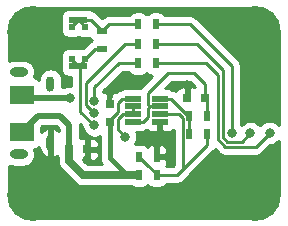
<source format=gbr>
G04 #@! TF.GenerationSoftware,KiCad,Pcbnew,(5.1.9)-1*
G04 #@! TF.CreationDate,2021-01-27T13:34:44-08:00*
G04 #@! TF.ProjectId,AnalogFaderV1,416e616c-6f67-4466-9164-657256312e6b,rev?*
G04 #@! TF.SameCoordinates,Original*
G04 #@! TF.FileFunction,Copper,L2,Bot*
G04 #@! TF.FilePolarity,Positive*
%FSLAX46Y46*%
G04 Gerber Fmt 4.6, Leading zero omitted, Abs format (unit mm)*
G04 Created by KiCad (PCBNEW (5.1.9)-1) date 2021-01-27 13:34:44*
%MOMM*%
%LPD*%
G01*
G04 APERTURE LIST*
G04 #@! TA.AperFunction,ComponentPad*
%ADD10C,4.399999*%
G04 #@! TD*
G04 #@! TA.AperFunction,SMDPad,CuDef*
%ADD11R,0.575000X0.600000*%
G04 #@! TD*
G04 #@! TA.AperFunction,SMDPad,CuDef*
%ADD12R,1.650000X0.600000*%
G04 #@! TD*
G04 #@! TA.AperFunction,ComponentPad*
%ADD13O,0.650000X1.300000*%
G04 #@! TD*
G04 #@! TA.AperFunction,ComponentPad*
%ADD14O,1.550000X0.775000*%
G04 #@! TD*
G04 #@! TA.AperFunction,SMDPad,CuDef*
%ADD15R,0.800000X0.750000*%
G04 #@! TD*
G04 #@! TA.AperFunction,SMDPad,CuDef*
%ADD16R,0.750000X0.800000*%
G04 #@! TD*
G04 #@! TA.AperFunction,SMDPad,CuDef*
%ADD17R,2.030000X1.650000*%
G04 #@! TD*
G04 #@! TA.AperFunction,SMDPad,CuDef*
%ADD18R,0.500000X0.900000*%
G04 #@! TD*
G04 #@! TA.AperFunction,SMDPad,CuDef*
%ADD19R,0.900000X0.500000*%
G04 #@! TD*
G04 #@! TA.AperFunction,SMDPad,CuDef*
%ADD20R,1.370000X0.490000*%
G04 #@! TD*
G04 #@! TA.AperFunction,ViaPad*
%ADD21C,0.800000*%
G04 #@! TD*
G04 #@! TA.AperFunction,Conductor*
%ADD22C,0.250000*%
G04 #@! TD*
G04 #@! TA.AperFunction,Conductor*
%ADD23C,0.508000*%
G04 #@! TD*
G04 #@! TA.AperFunction,Conductor*
%ADD24C,0.635000*%
G04 #@! TD*
G04 #@! TA.AperFunction,Conductor*
%ADD25C,0.381000*%
G04 #@! TD*
G04 #@! TA.AperFunction,Conductor*
%ADD26C,0.254000*%
G04 #@! TD*
G04 #@! TA.AperFunction,Conductor*
%ADD27C,0.100000*%
G04 #@! TD*
G04 APERTURE END LIST*
D10*
X112915700Y-55791100D03*
X131749800Y-55791100D03*
X131749800Y-41986200D03*
X112915700Y-41986200D03*
D11*
X117314000Y-44288700D03*
X116239000Y-44288700D03*
X117314000Y-41588700D03*
D12*
X116776500Y-40988700D03*
X116776500Y-44888700D03*
D11*
X116239000Y-41588700D03*
D13*
X114406900Y-46389900D03*
X114406900Y-51389900D03*
D14*
X111706900Y-45389900D03*
X111706900Y-52389900D03*
D15*
X126008000Y-47637700D03*
X127508000Y-47637700D03*
D16*
X119405400Y-48106200D03*
X119405400Y-49606200D03*
D15*
X116001100Y-51968400D03*
X117501100Y-51968400D03*
D17*
X111963200Y-50482500D03*
X111963200Y-47322500D03*
D18*
X123393200Y-54140100D03*
X121893200Y-54140100D03*
X121893200Y-52578000D03*
X123393200Y-52578000D03*
X127673100Y-50673000D03*
X126173100Y-50673000D03*
X126173100Y-49123600D03*
X127673100Y-49123600D03*
X121818400Y-44640500D03*
X123318400Y-44640500D03*
X123329700Y-43002200D03*
X121829700Y-43002200D03*
X121829700Y-41363900D03*
X123329700Y-41363900D03*
D19*
X118732300Y-43459400D03*
X118732300Y-41959400D03*
D20*
X123673900Y-48323500D03*
X123673900Y-48973500D03*
X123673900Y-49623500D03*
X123673900Y-47673500D03*
X121373900Y-48973500D03*
X121373900Y-48323500D03*
X121373900Y-47673500D03*
X121373900Y-49623500D03*
D21*
X120472200Y-46126400D03*
X125984000Y-46482000D03*
X124498100Y-52578000D03*
X117525800Y-52819300D03*
X118122700Y-47828200D03*
X118122700Y-48907700D03*
X120713500Y-50882302D03*
X116039900Y-47586900D03*
X132969000Y-50558700D03*
X131330700Y-50584100D03*
X129743200Y-50571400D03*
X118122700Y-49936400D03*
D22*
X122663899Y-48468499D02*
X122808898Y-48323500D01*
X122663899Y-49198503D02*
X122663899Y-48468499D01*
X122238902Y-49623500D02*
X122663899Y-49198503D01*
X121373900Y-49623500D02*
X122238902Y-49623500D01*
X122808898Y-48323500D02*
X123673900Y-48323500D01*
X122663899Y-48178501D02*
X122808898Y-48323500D01*
X127673100Y-47802800D02*
X127508000Y-47637700D01*
X127673100Y-49123600D02*
X127673100Y-47802800D01*
X122663899Y-47168499D02*
X124379098Y-45453300D01*
X122663899Y-48178501D02*
X122663899Y-47168499D01*
X124379098Y-45453300D02*
X126517400Y-45453300D01*
X127508000Y-46443900D02*
X127508000Y-47637700D01*
X126517400Y-45453300D02*
X127508000Y-46443900D01*
X123673900Y-49623500D02*
X123673900Y-51052700D01*
X123393200Y-51333400D02*
X123393200Y-52578000D01*
X123673900Y-51052700D02*
X123393200Y-51333400D01*
X119580300Y-49781100D02*
X119405400Y-49606200D01*
X112242600Y-50482500D02*
X112699800Y-50482500D01*
D23*
X116001100Y-49872200D02*
X116001100Y-51968400D01*
X115252500Y-49123600D02*
X116001100Y-49872200D01*
X113322100Y-49123600D02*
X115252500Y-49123600D01*
X111963200Y-50482500D02*
X113322100Y-49123600D01*
D22*
X121653300Y-54140100D02*
X121640600Y-54127400D01*
X121893200Y-54140100D02*
X121653300Y-54140100D01*
X120438900Y-47673500D02*
X120105401Y-48006999D01*
X121373900Y-47673500D02*
X120438900Y-47673500D01*
X119405400Y-49466202D02*
X119405400Y-49606200D01*
X120105401Y-48766201D02*
X119405400Y-49466202D01*
X120105401Y-48006999D02*
X120105401Y-48766201D01*
D24*
X116001100Y-52978400D02*
X117162800Y-54140100D01*
X116001100Y-51968400D02*
X116001100Y-52978400D01*
X120878600Y-54140100D02*
X121653300Y-54140100D01*
X117162800Y-54140100D02*
X120878600Y-54140100D01*
D25*
X119405400Y-52666900D02*
X120878600Y-54140100D01*
X119405400Y-49606200D02*
X119405400Y-52666900D01*
D22*
X120192800Y-44640500D02*
X121818400Y-44640500D01*
X118122700Y-46710600D02*
X120192800Y-44640500D01*
X118122700Y-47828200D02*
X118122700Y-46710600D01*
X117397699Y-48182699D02*
X117397699Y-46362599D01*
X118122700Y-48907700D02*
X117397699Y-48182699D01*
X120758098Y-43002200D02*
X121829700Y-43002200D01*
X117397699Y-46362599D02*
X120758098Y-43002200D01*
X121373900Y-48323500D02*
X121373900Y-48973500D01*
X120105401Y-50274203D02*
X120713500Y-50882302D01*
X120105401Y-49402611D02*
X120105401Y-50274203D01*
X120534512Y-48973500D02*
X120105401Y-49402611D01*
X121373900Y-48973500D02*
X120534512Y-48973500D01*
X112227600Y-47586900D02*
X111963200Y-47322500D01*
D23*
X116039900Y-47586900D02*
X112227600Y-47586900D01*
D22*
X122668201Y-53353001D02*
X121893200Y-52578000D01*
X123393200Y-54078000D02*
X121893200Y-52578000D01*
X123393200Y-54140100D02*
X123393200Y-54078000D01*
X125598099Y-49299109D02*
X125272490Y-48973500D01*
X125598099Y-53637001D02*
X125598099Y-49299109D01*
X125095000Y-54140100D02*
X125598099Y-53637001D01*
X125272490Y-48973500D02*
X123673900Y-48973500D01*
X123393200Y-54140100D02*
X125095000Y-54140100D01*
X127673100Y-51562000D02*
X125598099Y-53637001D01*
X127673100Y-50673000D02*
X127673100Y-51562000D01*
X126059000Y-49123600D02*
X126173100Y-49123600D01*
X124608900Y-47673500D02*
X126059000Y-49123600D01*
X123673900Y-47673500D02*
X124608900Y-47673500D01*
X126173100Y-49123600D02*
X126173100Y-50673000D01*
X127546100Y-44640500D02*
X123318400Y-44640500D01*
X128568189Y-45662589D02*
X127546100Y-44640500D01*
X128568190Y-51105802D02*
X128568189Y-45662589D01*
X129208799Y-51746411D02*
X128568190Y-51105802D01*
X131781289Y-51746411D02*
X129208799Y-51746411D01*
X132969000Y-50558700D02*
X131781289Y-51746411D01*
X126771400Y-43002200D02*
X123329700Y-43002200D01*
X129018199Y-50919401D02*
X129018199Y-45248999D01*
X129395199Y-51296401D02*
X129018199Y-50919401D01*
X130618399Y-51296401D02*
X129395199Y-51296401D01*
X129018199Y-45248999D02*
X126771400Y-43002200D01*
X131330700Y-50584100D02*
X130618399Y-51296401D01*
X116239000Y-41526200D02*
X116776500Y-40988700D01*
X116239000Y-41588700D02*
X116239000Y-41526200D01*
X117314000Y-41526200D02*
X116776500Y-40988700D01*
X117314000Y-41588700D02*
X117314000Y-41526200D01*
X117823700Y-40988700D02*
X118795800Y-41960800D01*
X116776500Y-40988700D02*
X117823700Y-40988700D01*
X119327800Y-41363900D02*
X118732300Y-41959400D01*
X121829700Y-41363900D02*
X119327800Y-41363900D01*
X126212600Y-41363900D02*
X123329700Y-41363900D01*
X129743200Y-44894500D02*
X126212600Y-41363900D01*
X129743200Y-50571400D02*
X129743200Y-44894500D01*
X117314000Y-44351200D02*
X116776500Y-44888700D01*
X117314000Y-44288700D02*
X117314000Y-44351200D01*
X116239000Y-44351200D02*
X116776500Y-44888700D01*
X116239000Y-44288700D02*
X116239000Y-44351200D01*
X118141900Y-43460800D02*
X117314000Y-44288700D01*
X118795800Y-43460800D02*
X118141900Y-43460800D01*
X116947689Y-45059889D02*
X116776500Y-44888700D01*
X116947689Y-48761389D02*
X116947689Y-45059889D01*
X118122700Y-49936400D02*
X116947689Y-48761389D01*
D26*
X115112100Y-50240435D02*
X115112100Y-50404954D01*
X114995920Y-50296276D01*
X114834651Y-50196133D01*
X114681194Y-50144920D01*
X114533900Y-50273779D01*
X114533900Y-51262900D01*
X114553900Y-51262900D01*
X114553900Y-51516900D01*
X114533900Y-51516900D01*
X114533900Y-52506021D01*
X114681194Y-52634880D01*
X114834651Y-52583667D01*
X114982551Y-52491826D01*
X115011598Y-52587580D01*
X115048601Y-52656806D01*
X115048601Y-52931606D01*
X115043992Y-52978400D01*
X115062383Y-53165122D01*
X115116849Y-53344669D01*
X115200937Y-53501987D01*
X115205295Y-53510141D01*
X115324323Y-53655178D01*
X115360664Y-53685002D01*
X116456197Y-54780536D01*
X116486022Y-54816878D01*
X116631059Y-54935906D01*
X116796531Y-55024352D01*
X116976077Y-55078817D01*
X117162800Y-55097208D01*
X117209585Y-55092600D01*
X121254543Y-55092600D01*
X121288706Y-55120637D01*
X121399020Y-55179602D01*
X121518718Y-55215912D01*
X121643200Y-55228172D01*
X122143200Y-55228172D01*
X122267682Y-55215912D01*
X122387380Y-55179602D01*
X122497694Y-55120637D01*
X122594385Y-55041285D01*
X122643200Y-54981804D01*
X122692015Y-55041285D01*
X122788706Y-55120637D01*
X122899020Y-55179602D01*
X123018718Y-55215912D01*
X123143200Y-55228172D01*
X123643200Y-55228172D01*
X123767682Y-55215912D01*
X123887380Y-55179602D01*
X123997694Y-55120637D01*
X124094385Y-55041285D01*
X124173737Y-54944594D01*
X124197520Y-54900100D01*
X125057678Y-54900100D01*
X125095000Y-54903776D01*
X125132322Y-54900100D01*
X125132333Y-54900100D01*
X125243986Y-54889103D01*
X125387247Y-54845646D01*
X125519276Y-54775074D01*
X125635001Y-54680101D01*
X125658803Y-54651098D01*
X126109102Y-54200799D01*
X126138100Y-54177002D01*
X126161903Y-54147998D01*
X128184103Y-52125799D01*
X128213101Y-52102001D01*
X128308074Y-51986276D01*
X128330990Y-51943404D01*
X128644999Y-52257413D01*
X128668798Y-52286412D01*
X128697796Y-52310210D01*
X128784522Y-52381385D01*
X128873631Y-52429015D01*
X128916552Y-52451957D01*
X129059813Y-52495414D01*
X129171466Y-52506411D01*
X129171476Y-52506411D01*
X129208799Y-52510087D01*
X129246122Y-52506411D01*
X131743967Y-52506411D01*
X131781289Y-52510087D01*
X131818611Y-52506411D01*
X131818622Y-52506411D01*
X131930275Y-52495414D01*
X132073536Y-52451957D01*
X132205565Y-52381385D01*
X132321290Y-52286412D01*
X132345093Y-52257408D01*
X133008802Y-51593700D01*
X133070939Y-51593700D01*
X133270898Y-51553926D01*
X133459256Y-51475905D01*
X133628774Y-51362637D01*
X133731401Y-51260010D01*
X133731401Y-55746111D01*
X133699658Y-56069846D01*
X131810505Y-57763232D01*
X131720418Y-57772700D01*
X112947979Y-57772700D01*
X112855435Y-57763626D01*
X110952531Y-56057915D01*
X110921400Y-55761718D01*
X110921400Y-53336564D01*
X110926213Y-53339137D01*
X111118955Y-53397605D01*
X111269172Y-53412400D01*
X112144628Y-53412400D01*
X112294845Y-53397605D01*
X112487587Y-53339137D01*
X112665219Y-53244191D01*
X112820915Y-53116415D01*
X112948691Y-52960719D01*
X113043637Y-52783087D01*
X113102105Y-52590345D01*
X113121847Y-52389900D01*
X113102105Y-52189455D01*
X113043637Y-51996713D01*
X113014396Y-51942007D01*
X113102682Y-51933312D01*
X113222380Y-51897002D01*
X113332694Y-51838037D01*
X113429385Y-51758685D01*
X113446900Y-51737343D01*
X113446900Y-51841900D01*
X113490123Y-52026746D01*
X113568577Y-52199608D01*
X113679247Y-52353843D01*
X113817880Y-52483524D01*
X113979149Y-52583667D01*
X114132606Y-52634880D01*
X114279900Y-52506021D01*
X114279900Y-51516900D01*
X114259900Y-51516900D01*
X114259900Y-51262900D01*
X114279900Y-51262900D01*
X114279900Y-50273779D01*
X114132606Y-50144920D01*
X113979149Y-50196133D01*
X113817880Y-50296276D01*
X113679247Y-50425957D01*
X113616272Y-50513722D01*
X113616272Y-50086664D01*
X113690336Y-50012600D01*
X114884265Y-50012600D01*
X115112100Y-50240435D01*
G04 #@! TA.AperFunction,Conductor*
D27*
G36*
X115112100Y-50240435D02*
G01*
X115112100Y-50404954D01*
X114995920Y-50296276D01*
X114834651Y-50196133D01*
X114681194Y-50144920D01*
X114533900Y-50273779D01*
X114533900Y-51262900D01*
X114553900Y-51262900D01*
X114553900Y-51516900D01*
X114533900Y-51516900D01*
X114533900Y-52506021D01*
X114681194Y-52634880D01*
X114834651Y-52583667D01*
X114982551Y-52491826D01*
X115011598Y-52587580D01*
X115048601Y-52656806D01*
X115048601Y-52931606D01*
X115043992Y-52978400D01*
X115062383Y-53165122D01*
X115116849Y-53344669D01*
X115200937Y-53501987D01*
X115205295Y-53510141D01*
X115324323Y-53655178D01*
X115360664Y-53685002D01*
X116456197Y-54780536D01*
X116486022Y-54816878D01*
X116631059Y-54935906D01*
X116796531Y-55024352D01*
X116976077Y-55078817D01*
X117162800Y-55097208D01*
X117209585Y-55092600D01*
X121254543Y-55092600D01*
X121288706Y-55120637D01*
X121399020Y-55179602D01*
X121518718Y-55215912D01*
X121643200Y-55228172D01*
X122143200Y-55228172D01*
X122267682Y-55215912D01*
X122387380Y-55179602D01*
X122497694Y-55120637D01*
X122594385Y-55041285D01*
X122643200Y-54981804D01*
X122692015Y-55041285D01*
X122788706Y-55120637D01*
X122899020Y-55179602D01*
X123018718Y-55215912D01*
X123143200Y-55228172D01*
X123643200Y-55228172D01*
X123767682Y-55215912D01*
X123887380Y-55179602D01*
X123997694Y-55120637D01*
X124094385Y-55041285D01*
X124173737Y-54944594D01*
X124197520Y-54900100D01*
X125057678Y-54900100D01*
X125095000Y-54903776D01*
X125132322Y-54900100D01*
X125132333Y-54900100D01*
X125243986Y-54889103D01*
X125387247Y-54845646D01*
X125519276Y-54775074D01*
X125635001Y-54680101D01*
X125658803Y-54651098D01*
X126109102Y-54200799D01*
X126138100Y-54177002D01*
X126161903Y-54147998D01*
X128184103Y-52125799D01*
X128213101Y-52102001D01*
X128308074Y-51986276D01*
X128330990Y-51943404D01*
X128644999Y-52257413D01*
X128668798Y-52286412D01*
X128697796Y-52310210D01*
X128784522Y-52381385D01*
X128873631Y-52429015D01*
X128916552Y-52451957D01*
X129059813Y-52495414D01*
X129171466Y-52506411D01*
X129171476Y-52506411D01*
X129208799Y-52510087D01*
X129246122Y-52506411D01*
X131743967Y-52506411D01*
X131781289Y-52510087D01*
X131818611Y-52506411D01*
X131818622Y-52506411D01*
X131930275Y-52495414D01*
X132073536Y-52451957D01*
X132205565Y-52381385D01*
X132321290Y-52286412D01*
X132345093Y-52257408D01*
X133008802Y-51593700D01*
X133070939Y-51593700D01*
X133270898Y-51553926D01*
X133459256Y-51475905D01*
X133628774Y-51362637D01*
X133731401Y-51260010D01*
X133731401Y-55746111D01*
X133699658Y-56069846D01*
X131810505Y-57763232D01*
X131720418Y-57772700D01*
X112947979Y-57772700D01*
X112855435Y-57763626D01*
X110952531Y-56057915D01*
X110921400Y-55761718D01*
X110921400Y-53336564D01*
X110926213Y-53339137D01*
X111118955Y-53397605D01*
X111269172Y-53412400D01*
X112144628Y-53412400D01*
X112294845Y-53397605D01*
X112487587Y-53339137D01*
X112665219Y-53244191D01*
X112820915Y-53116415D01*
X112948691Y-52960719D01*
X113043637Y-52783087D01*
X113102105Y-52590345D01*
X113121847Y-52389900D01*
X113102105Y-52189455D01*
X113043637Y-51996713D01*
X113014396Y-51942007D01*
X113102682Y-51933312D01*
X113222380Y-51897002D01*
X113332694Y-51838037D01*
X113429385Y-51758685D01*
X113446900Y-51737343D01*
X113446900Y-51841900D01*
X113490123Y-52026746D01*
X113568577Y-52199608D01*
X113679247Y-52353843D01*
X113817880Y-52483524D01*
X113979149Y-52583667D01*
X114132606Y-52634880D01*
X114279900Y-52506021D01*
X114279900Y-51516900D01*
X114259900Y-51516900D01*
X114259900Y-51262900D01*
X114279900Y-51262900D01*
X114279900Y-50273779D01*
X114132606Y-50144920D01*
X113979149Y-50196133D01*
X113817880Y-50296276D01*
X113679247Y-50425957D01*
X113616272Y-50513722D01*
X113616272Y-50086664D01*
X113690336Y-50012600D01*
X114884265Y-50012600D01*
X115112100Y-50240435D01*
G37*
G04 #@! TD.AperFunction*
D26*
X123800900Y-50344750D02*
X123959650Y-50503500D01*
X124348797Y-50506492D01*
X124473457Y-50496204D01*
X124593715Y-50461794D01*
X124704949Y-50404584D01*
X124802885Y-50326772D01*
X124838100Y-50285222D01*
X124838099Y-53322199D01*
X124780199Y-53380100D01*
X124197520Y-53380100D01*
X124186774Y-53359997D01*
X124237625Y-53259937D01*
X124271452Y-53139514D01*
X124281136Y-53014805D01*
X124278200Y-52863750D01*
X124119450Y-52705000D01*
X123516200Y-52705000D01*
X123516200Y-52725000D01*
X123270200Y-52725000D01*
X123270200Y-52705000D01*
X123246200Y-52705000D01*
X123246200Y-52451000D01*
X123270200Y-52451000D01*
X123270200Y-51651750D01*
X123516200Y-51651750D01*
X123516200Y-52451000D01*
X124119450Y-52451000D01*
X124278200Y-52292250D01*
X124281136Y-52141195D01*
X124271452Y-52016486D01*
X124237625Y-51896063D01*
X124180955Y-51784553D01*
X124103619Y-51686242D01*
X124008589Y-51604907D01*
X123899518Y-51543674D01*
X123780597Y-51504896D01*
X123674950Y-51493000D01*
X123516200Y-51651750D01*
X123270200Y-51651750D01*
X123111450Y-51493000D01*
X123005803Y-51504896D01*
X122886882Y-51543674D01*
X122777811Y-51604907D01*
X122682781Y-51686242D01*
X122643305Y-51736425D01*
X122594385Y-51676815D01*
X122497694Y-51597463D01*
X122387380Y-51538498D01*
X122267682Y-51502188D01*
X122143200Y-51489928D01*
X121643200Y-51489928D01*
X121545876Y-51499513D01*
X121630705Y-51372558D01*
X121708726Y-51184200D01*
X121748500Y-50984241D01*
X121748500Y-50780363D01*
X121708726Y-50580404D01*
X121678144Y-50506572D01*
X122058900Y-50506572D01*
X122183382Y-50494312D01*
X122303080Y-50458002D01*
X122413394Y-50399037D01*
X122479639Y-50344671D01*
X122531149Y-50329046D01*
X122541949Y-50323273D01*
X122544915Y-50326772D01*
X122642851Y-50404584D01*
X122754085Y-50461794D01*
X122874343Y-50496204D01*
X122999003Y-50506492D01*
X123388150Y-50503500D01*
X123546900Y-50344750D01*
X123546900Y-49856572D01*
X123800900Y-49856572D01*
X123800900Y-50344750D01*
G04 #@! TA.AperFunction,Conductor*
D27*
G36*
X123800900Y-50344750D02*
G01*
X123959650Y-50503500D01*
X124348797Y-50506492D01*
X124473457Y-50496204D01*
X124593715Y-50461794D01*
X124704949Y-50404584D01*
X124802885Y-50326772D01*
X124838100Y-50285222D01*
X124838099Y-53322199D01*
X124780199Y-53380100D01*
X124197520Y-53380100D01*
X124186774Y-53359997D01*
X124237625Y-53259937D01*
X124271452Y-53139514D01*
X124281136Y-53014805D01*
X124278200Y-52863750D01*
X124119450Y-52705000D01*
X123516200Y-52705000D01*
X123516200Y-52725000D01*
X123270200Y-52725000D01*
X123270200Y-52705000D01*
X123246200Y-52705000D01*
X123246200Y-52451000D01*
X123270200Y-52451000D01*
X123270200Y-51651750D01*
X123516200Y-51651750D01*
X123516200Y-52451000D01*
X124119450Y-52451000D01*
X124278200Y-52292250D01*
X124281136Y-52141195D01*
X124271452Y-52016486D01*
X124237625Y-51896063D01*
X124180955Y-51784553D01*
X124103619Y-51686242D01*
X124008589Y-51604907D01*
X123899518Y-51543674D01*
X123780597Y-51504896D01*
X123674950Y-51493000D01*
X123516200Y-51651750D01*
X123270200Y-51651750D01*
X123111450Y-51493000D01*
X123005803Y-51504896D01*
X122886882Y-51543674D01*
X122777811Y-51604907D01*
X122682781Y-51686242D01*
X122643305Y-51736425D01*
X122594385Y-51676815D01*
X122497694Y-51597463D01*
X122387380Y-51538498D01*
X122267682Y-51502188D01*
X122143200Y-51489928D01*
X121643200Y-51489928D01*
X121545876Y-51499513D01*
X121630705Y-51372558D01*
X121708726Y-51184200D01*
X121748500Y-50984241D01*
X121748500Y-50780363D01*
X121708726Y-50580404D01*
X121678144Y-50506572D01*
X122058900Y-50506572D01*
X122183382Y-50494312D01*
X122303080Y-50458002D01*
X122413394Y-50399037D01*
X122479639Y-50344671D01*
X122531149Y-50329046D01*
X122541949Y-50323273D01*
X122544915Y-50326772D01*
X122642851Y-50404584D01*
X122754085Y-50461794D01*
X122874343Y-50496204D01*
X122999003Y-50506492D01*
X123388150Y-50503500D01*
X123546900Y-50344750D01*
X123546900Y-49856572D01*
X123800900Y-49856572D01*
X123800900Y-50344750D01*
G37*
G04 #@! TD.AperFunction*
D26*
X117087700Y-49976202D02*
X117087700Y-50038339D01*
X117127474Y-50238298D01*
X117205495Y-50426656D01*
X117318763Y-50596174D01*
X117462926Y-50740337D01*
X117632444Y-50853605D01*
X117820802Y-50931626D01*
X117978073Y-50962909D01*
X117901100Y-50955328D01*
X117786850Y-50958400D01*
X117628100Y-51117150D01*
X117628100Y-51841400D01*
X118377350Y-51841400D01*
X118536100Y-51682650D01*
X118539172Y-51593400D01*
X118526912Y-51468918D01*
X118490602Y-51349220D01*
X118431637Y-51238906D01*
X118352285Y-51142215D01*
X118255594Y-51062863D01*
X118145280Y-51003898D01*
X118038148Y-50971400D01*
X118224639Y-50971400D01*
X118424598Y-50931626D01*
X118579900Y-50867297D01*
X118579901Y-52626340D01*
X118575906Y-52666900D01*
X118591845Y-52828726D01*
X118639047Y-52984333D01*
X118715701Y-53127742D01*
X118764826Y-53187600D01*
X117557339Y-53187600D01*
X117281744Y-52912006D01*
X117374100Y-52819650D01*
X117374100Y-52095400D01*
X117628100Y-52095400D01*
X117628100Y-52819650D01*
X117786850Y-52978400D01*
X117901100Y-52981472D01*
X118025582Y-52969212D01*
X118145280Y-52932902D01*
X118255594Y-52873937D01*
X118352285Y-52794585D01*
X118431637Y-52697894D01*
X118490602Y-52587580D01*
X118526912Y-52467882D01*
X118539172Y-52343400D01*
X118536100Y-52254150D01*
X118377350Y-52095400D01*
X117628100Y-52095400D01*
X117374100Y-52095400D01*
X117354100Y-52095400D01*
X117354100Y-51841400D01*
X117374100Y-51841400D01*
X117374100Y-51117150D01*
X117215350Y-50958400D01*
X117101100Y-50955328D01*
X116976618Y-50967588D01*
X116890100Y-50993833D01*
X116890100Y-49915859D01*
X116894400Y-49872199D01*
X116890100Y-49828534D01*
X116890100Y-49828533D01*
X116884645Y-49773147D01*
X117087700Y-49976202D01*
G04 #@! TA.AperFunction,Conductor*
D27*
G36*
X117087700Y-49976202D02*
G01*
X117087700Y-50038339D01*
X117127474Y-50238298D01*
X117205495Y-50426656D01*
X117318763Y-50596174D01*
X117462926Y-50740337D01*
X117632444Y-50853605D01*
X117820802Y-50931626D01*
X117978073Y-50962909D01*
X117901100Y-50955328D01*
X117786850Y-50958400D01*
X117628100Y-51117150D01*
X117628100Y-51841400D01*
X118377350Y-51841400D01*
X118536100Y-51682650D01*
X118539172Y-51593400D01*
X118526912Y-51468918D01*
X118490602Y-51349220D01*
X118431637Y-51238906D01*
X118352285Y-51142215D01*
X118255594Y-51062863D01*
X118145280Y-51003898D01*
X118038148Y-50971400D01*
X118224639Y-50971400D01*
X118424598Y-50931626D01*
X118579900Y-50867297D01*
X118579901Y-52626340D01*
X118575906Y-52666900D01*
X118591845Y-52828726D01*
X118639047Y-52984333D01*
X118715701Y-53127742D01*
X118764826Y-53187600D01*
X117557339Y-53187600D01*
X117281744Y-52912006D01*
X117374100Y-52819650D01*
X117374100Y-52095400D01*
X117628100Y-52095400D01*
X117628100Y-52819650D01*
X117786850Y-52978400D01*
X117901100Y-52981472D01*
X118025582Y-52969212D01*
X118145280Y-52932902D01*
X118255594Y-52873937D01*
X118352285Y-52794585D01*
X118431637Y-52697894D01*
X118490602Y-52587580D01*
X118526912Y-52467882D01*
X118539172Y-52343400D01*
X118536100Y-52254150D01*
X118377350Y-52095400D01*
X117628100Y-52095400D01*
X117374100Y-52095400D01*
X117354100Y-52095400D01*
X117354100Y-51841400D01*
X117374100Y-51841400D01*
X117374100Y-51117150D01*
X117215350Y-50958400D01*
X117101100Y-50955328D01*
X116976618Y-50967588D01*
X116890100Y-50993833D01*
X116890100Y-49915859D01*
X116894400Y-49872199D01*
X116890100Y-49828534D01*
X116890100Y-49828533D01*
X116884645Y-49773147D01*
X117087700Y-49976202D01*
G37*
G04 #@! TD.AperFunction*
D26*
X131811625Y-40015072D02*
X133698948Y-41706817D01*
X133731400Y-42015582D01*
X133731401Y-49857390D01*
X133628774Y-49754763D01*
X133459256Y-49641495D01*
X133270898Y-49563474D01*
X133070939Y-49523700D01*
X132867061Y-49523700D01*
X132667102Y-49563474D01*
X132478744Y-49641495D01*
X132309226Y-49754763D01*
X132165063Y-49898926D01*
X132141364Y-49934394D01*
X132134637Y-49924326D01*
X131990474Y-49780163D01*
X131820956Y-49666895D01*
X131632598Y-49588874D01*
X131432639Y-49549100D01*
X131228761Y-49549100D01*
X131028802Y-49588874D01*
X130840444Y-49666895D01*
X130670926Y-49780163D01*
X130543300Y-49907789D01*
X130503200Y-49867689D01*
X130503200Y-44931822D01*
X130506876Y-44894499D01*
X130503200Y-44857176D01*
X130503200Y-44857167D01*
X130492203Y-44745514D01*
X130448746Y-44602253D01*
X130378174Y-44470224D01*
X130340990Y-44424915D01*
X130306999Y-44383496D01*
X130306995Y-44383492D01*
X130283201Y-44354499D01*
X130254208Y-44330705D01*
X126776404Y-40852903D01*
X126752601Y-40823899D01*
X126636876Y-40728926D01*
X126504847Y-40658354D01*
X126361586Y-40614897D01*
X126249933Y-40603900D01*
X126249922Y-40603900D01*
X126212600Y-40600224D01*
X126175278Y-40603900D01*
X124134020Y-40603900D01*
X124110237Y-40559406D01*
X124030885Y-40462715D01*
X123934194Y-40383363D01*
X123823880Y-40324398D01*
X123704182Y-40288088D01*
X123579700Y-40275828D01*
X123079700Y-40275828D01*
X122955218Y-40288088D01*
X122835520Y-40324398D01*
X122725206Y-40383363D01*
X122628515Y-40462715D01*
X122579700Y-40522196D01*
X122530885Y-40462715D01*
X122434194Y-40383363D01*
X122323880Y-40324398D01*
X122204182Y-40288088D01*
X122079700Y-40275828D01*
X121579700Y-40275828D01*
X121455218Y-40288088D01*
X121335520Y-40324398D01*
X121225206Y-40383363D01*
X121128515Y-40462715D01*
X121049163Y-40559406D01*
X121025380Y-40603900D01*
X119365122Y-40603900D01*
X119327799Y-40600224D01*
X119290476Y-40603900D01*
X119290467Y-40603900D01*
X119178814Y-40614897D01*
X119035553Y-40658354D01*
X118903524Y-40728926D01*
X118787799Y-40823899D01*
X118764000Y-40852898D01*
X118763350Y-40853548D01*
X118387504Y-40477702D01*
X118363701Y-40448699D01*
X118247976Y-40353726D01*
X118115947Y-40283154D01*
X118081586Y-40272731D01*
X118052685Y-40237515D01*
X117955994Y-40158163D01*
X117845680Y-40099198D01*
X117725982Y-40062888D01*
X117601500Y-40050628D01*
X115951500Y-40050628D01*
X115827018Y-40062888D01*
X115707320Y-40099198D01*
X115597006Y-40158163D01*
X115500315Y-40237515D01*
X115420963Y-40334206D01*
X115361998Y-40444520D01*
X115325688Y-40564218D01*
X115313428Y-40688700D01*
X115313428Y-41888700D01*
X115325688Y-42013182D01*
X115361998Y-42132880D01*
X115420963Y-42243194D01*
X115500315Y-42339885D01*
X115597006Y-42419237D01*
X115707320Y-42478202D01*
X115827018Y-42514512D01*
X115951500Y-42526772D01*
X116526500Y-42526772D01*
X116650982Y-42514512D01*
X116770680Y-42478202D01*
X116776500Y-42475091D01*
X116782320Y-42478202D01*
X116902018Y-42514512D01*
X117026500Y-42526772D01*
X117601500Y-42526772D01*
X117725398Y-42514570D01*
X117751763Y-42563894D01*
X117831115Y-42660585D01*
X117890596Y-42709400D01*
X117831115Y-42758215D01*
X117820957Y-42770593D01*
X117717624Y-42825826D01*
X117717622Y-42825827D01*
X117717623Y-42825827D01*
X117630896Y-42897001D01*
X117630892Y-42897005D01*
X117601899Y-42920799D01*
X117578105Y-42949792D01*
X117177270Y-43350628D01*
X117026500Y-43350628D01*
X116902018Y-43362888D01*
X116782320Y-43399198D01*
X116776500Y-43402309D01*
X116770680Y-43399198D01*
X116650982Y-43362888D01*
X116526500Y-43350628D01*
X115951500Y-43350628D01*
X115827018Y-43362888D01*
X115707320Y-43399198D01*
X115597006Y-43458163D01*
X115500315Y-43537515D01*
X115420963Y-43634206D01*
X115361998Y-43744520D01*
X115325688Y-43864218D01*
X115313428Y-43988700D01*
X115313428Y-45188700D01*
X115325688Y-45313182D01*
X115361998Y-45432880D01*
X115420963Y-45543194D01*
X115500315Y-45639885D01*
X115597006Y-45719237D01*
X115707320Y-45778202D01*
X115827018Y-45814512D01*
X115951500Y-45826772D01*
X116187690Y-45826772D01*
X116187690Y-46561020D01*
X116141839Y-46551900D01*
X115937961Y-46551900D01*
X115738002Y-46591674D01*
X115549644Y-46669695D01*
X115507432Y-46697900D01*
X115366900Y-46697900D01*
X115366900Y-46017739D01*
X115353010Y-45876707D01*
X115298116Y-45695746D01*
X115208973Y-45528972D01*
X115089007Y-45382793D01*
X114942828Y-45262827D01*
X114776054Y-45173684D01*
X114595093Y-45118790D01*
X114406900Y-45100255D01*
X114218708Y-45118790D01*
X114037747Y-45173684D01*
X113870973Y-45262827D01*
X113724794Y-45382793D01*
X113604828Y-45528972D01*
X113515685Y-45695746D01*
X113460790Y-45876707D01*
X113446900Y-46017738D01*
X113446900Y-46067657D01*
X113429385Y-46046315D01*
X113332694Y-45966963D01*
X113222380Y-45907998D01*
X113102682Y-45871688D01*
X113001600Y-45861733D01*
X113043637Y-45783087D01*
X113102105Y-45590345D01*
X113121847Y-45389900D01*
X113102105Y-45189455D01*
X113043637Y-44996713D01*
X112948691Y-44819081D01*
X112820915Y-44663385D01*
X112665219Y-44535609D01*
X112487587Y-44440663D01*
X112294845Y-44382195D01*
X112144628Y-44367400D01*
X111269172Y-44367400D01*
X111118955Y-44382195D01*
X110926213Y-44440663D01*
X110921400Y-44443236D01*
X110921400Y-42031179D01*
X110951918Y-41719935D01*
X112856682Y-40012556D01*
X112932382Y-40004600D01*
X131704821Y-40004600D01*
X131811625Y-40015072D01*
G04 #@! TA.AperFunction,Conductor*
D27*
G36*
X131811625Y-40015072D02*
G01*
X133698948Y-41706817D01*
X133731400Y-42015582D01*
X133731401Y-49857390D01*
X133628774Y-49754763D01*
X133459256Y-49641495D01*
X133270898Y-49563474D01*
X133070939Y-49523700D01*
X132867061Y-49523700D01*
X132667102Y-49563474D01*
X132478744Y-49641495D01*
X132309226Y-49754763D01*
X132165063Y-49898926D01*
X132141364Y-49934394D01*
X132134637Y-49924326D01*
X131990474Y-49780163D01*
X131820956Y-49666895D01*
X131632598Y-49588874D01*
X131432639Y-49549100D01*
X131228761Y-49549100D01*
X131028802Y-49588874D01*
X130840444Y-49666895D01*
X130670926Y-49780163D01*
X130543300Y-49907789D01*
X130503200Y-49867689D01*
X130503200Y-44931822D01*
X130506876Y-44894499D01*
X130503200Y-44857176D01*
X130503200Y-44857167D01*
X130492203Y-44745514D01*
X130448746Y-44602253D01*
X130378174Y-44470224D01*
X130340990Y-44424915D01*
X130306999Y-44383496D01*
X130306995Y-44383492D01*
X130283201Y-44354499D01*
X130254208Y-44330705D01*
X126776404Y-40852903D01*
X126752601Y-40823899D01*
X126636876Y-40728926D01*
X126504847Y-40658354D01*
X126361586Y-40614897D01*
X126249933Y-40603900D01*
X126249922Y-40603900D01*
X126212600Y-40600224D01*
X126175278Y-40603900D01*
X124134020Y-40603900D01*
X124110237Y-40559406D01*
X124030885Y-40462715D01*
X123934194Y-40383363D01*
X123823880Y-40324398D01*
X123704182Y-40288088D01*
X123579700Y-40275828D01*
X123079700Y-40275828D01*
X122955218Y-40288088D01*
X122835520Y-40324398D01*
X122725206Y-40383363D01*
X122628515Y-40462715D01*
X122579700Y-40522196D01*
X122530885Y-40462715D01*
X122434194Y-40383363D01*
X122323880Y-40324398D01*
X122204182Y-40288088D01*
X122079700Y-40275828D01*
X121579700Y-40275828D01*
X121455218Y-40288088D01*
X121335520Y-40324398D01*
X121225206Y-40383363D01*
X121128515Y-40462715D01*
X121049163Y-40559406D01*
X121025380Y-40603900D01*
X119365122Y-40603900D01*
X119327799Y-40600224D01*
X119290476Y-40603900D01*
X119290467Y-40603900D01*
X119178814Y-40614897D01*
X119035553Y-40658354D01*
X118903524Y-40728926D01*
X118787799Y-40823899D01*
X118764000Y-40852898D01*
X118763350Y-40853548D01*
X118387504Y-40477702D01*
X118363701Y-40448699D01*
X118247976Y-40353726D01*
X118115947Y-40283154D01*
X118081586Y-40272731D01*
X118052685Y-40237515D01*
X117955994Y-40158163D01*
X117845680Y-40099198D01*
X117725982Y-40062888D01*
X117601500Y-40050628D01*
X115951500Y-40050628D01*
X115827018Y-40062888D01*
X115707320Y-40099198D01*
X115597006Y-40158163D01*
X115500315Y-40237515D01*
X115420963Y-40334206D01*
X115361998Y-40444520D01*
X115325688Y-40564218D01*
X115313428Y-40688700D01*
X115313428Y-41888700D01*
X115325688Y-42013182D01*
X115361998Y-42132880D01*
X115420963Y-42243194D01*
X115500315Y-42339885D01*
X115597006Y-42419237D01*
X115707320Y-42478202D01*
X115827018Y-42514512D01*
X115951500Y-42526772D01*
X116526500Y-42526772D01*
X116650982Y-42514512D01*
X116770680Y-42478202D01*
X116776500Y-42475091D01*
X116782320Y-42478202D01*
X116902018Y-42514512D01*
X117026500Y-42526772D01*
X117601500Y-42526772D01*
X117725398Y-42514570D01*
X117751763Y-42563894D01*
X117831115Y-42660585D01*
X117890596Y-42709400D01*
X117831115Y-42758215D01*
X117820957Y-42770593D01*
X117717624Y-42825826D01*
X117717622Y-42825827D01*
X117717623Y-42825827D01*
X117630896Y-42897001D01*
X117630892Y-42897005D01*
X117601899Y-42920799D01*
X117578105Y-42949792D01*
X117177270Y-43350628D01*
X117026500Y-43350628D01*
X116902018Y-43362888D01*
X116782320Y-43399198D01*
X116776500Y-43402309D01*
X116770680Y-43399198D01*
X116650982Y-43362888D01*
X116526500Y-43350628D01*
X115951500Y-43350628D01*
X115827018Y-43362888D01*
X115707320Y-43399198D01*
X115597006Y-43458163D01*
X115500315Y-43537515D01*
X115420963Y-43634206D01*
X115361998Y-43744520D01*
X115325688Y-43864218D01*
X115313428Y-43988700D01*
X115313428Y-45188700D01*
X115325688Y-45313182D01*
X115361998Y-45432880D01*
X115420963Y-45543194D01*
X115500315Y-45639885D01*
X115597006Y-45719237D01*
X115707320Y-45778202D01*
X115827018Y-45814512D01*
X115951500Y-45826772D01*
X116187690Y-45826772D01*
X116187690Y-46561020D01*
X116141839Y-46551900D01*
X115937961Y-46551900D01*
X115738002Y-46591674D01*
X115549644Y-46669695D01*
X115507432Y-46697900D01*
X115366900Y-46697900D01*
X115366900Y-46017739D01*
X115353010Y-45876707D01*
X115298116Y-45695746D01*
X115208973Y-45528972D01*
X115089007Y-45382793D01*
X114942828Y-45262827D01*
X114776054Y-45173684D01*
X114595093Y-45118790D01*
X114406900Y-45100255D01*
X114218708Y-45118790D01*
X114037747Y-45173684D01*
X113870973Y-45262827D01*
X113724794Y-45382793D01*
X113604828Y-45528972D01*
X113515685Y-45695746D01*
X113460790Y-45876707D01*
X113446900Y-46017738D01*
X113446900Y-46067657D01*
X113429385Y-46046315D01*
X113332694Y-45966963D01*
X113222380Y-45907998D01*
X113102682Y-45871688D01*
X113001600Y-45861733D01*
X113043637Y-45783087D01*
X113102105Y-45590345D01*
X113121847Y-45389900D01*
X113102105Y-45189455D01*
X113043637Y-44996713D01*
X112948691Y-44819081D01*
X112820915Y-44663385D01*
X112665219Y-44535609D01*
X112487587Y-44440663D01*
X112294845Y-44382195D01*
X112144628Y-44367400D01*
X111269172Y-44367400D01*
X111118955Y-44382195D01*
X110926213Y-44440663D01*
X110921400Y-44443236D01*
X110921400Y-42031179D01*
X110951918Y-41719935D01*
X112856682Y-40012556D01*
X112932382Y-40004600D01*
X131704821Y-40004600D01*
X131811625Y-40015072D01*
G37*
G04 #@! TD.AperFunction*
D26*
X121037863Y-45444994D02*
X121117215Y-45541685D01*
X121213906Y-45621037D01*
X121324220Y-45680002D01*
X121443918Y-45716312D01*
X121568400Y-45728572D01*
X122068400Y-45728572D01*
X122192882Y-45716312D01*
X122312580Y-45680002D01*
X122422894Y-45621037D01*
X122519585Y-45541685D01*
X122568400Y-45482204D01*
X122617215Y-45541685D01*
X122713906Y-45621037D01*
X122824220Y-45680002D01*
X122943918Y-45716312D01*
X123032555Y-45725042D01*
X122152897Y-46604700D01*
X122123899Y-46628498D01*
X122100101Y-46657496D01*
X122100100Y-46657497D01*
X122028925Y-46744223D01*
X122004228Y-46790428D01*
X120688900Y-46790428D01*
X120564418Y-46802688D01*
X120444720Y-46838998D01*
X120334406Y-46897963D01*
X120303733Y-46923136D01*
X120289914Y-46924497D01*
X120146653Y-46967954D01*
X120014624Y-47038526D01*
X119947764Y-47093396D01*
X119904882Y-47080388D01*
X119780400Y-47068128D01*
X119691150Y-47071200D01*
X119532400Y-47229950D01*
X119532400Y-47507209D01*
X119516731Y-47526302D01*
X119470427Y-47582723D01*
X119405163Y-47704822D01*
X119399855Y-47714753D01*
X119356398Y-47858014D01*
X119345401Y-47969667D01*
X119345401Y-47969677D01*
X119341725Y-48006999D01*
X119345401Y-48044321D01*
X119345401Y-48253200D01*
X119278400Y-48253200D01*
X119278400Y-48233200D01*
X119258400Y-48233200D01*
X119258400Y-47979200D01*
X119278400Y-47979200D01*
X119278400Y-47229950D01*
X119119650Y-47071200D01*
X119030400Y-47068128D01*
X118905918Y-47080388D01*
X118882700Y-47087431D01*
X118882700Y-47025401D01*
X120507603Y-45400500D01*
X121014080Y-45400500D01*
X121037863Y-45444994D01*
G04 #@! TA.AperFunction,Conductor*
D27*
G36*
X121037863Y-45444994D02*
G01*
X121117215Y-45541685D01*
X121213906Y-45621037D01*
X121324220Y-45680002D01*
X121443918Y-45716312D01*
X121568400Y-45728572D01*
X122068400Y-45728572D01*
X122192882Y-45716312D01*
X122312580Y-45680002D01*
X122422894Y-45621037D01*
X122519585Y-45541685D01*
X122568400Y-45482204D01*
X122617215Y-45541685D01*
X122713906Y-45621037D01*
X122824220Y-45680002D01*
X122943918Y-45716312D01*
X123032555Y-45725042D01*
X122152897Y-46604700D01*
X122123899Y-46628498D01*
X122100101Y-46657496D01*
X122100100Y-46657497D01*
X122028925Y-46744223D01*
X122004228Y-46790428D01*
X120688900Y-46790428D01*
X120564418Y-46802688D01*
X120444720Y-46838998D01*
X120334406Y-46897963D01*
X120303733Y-46923136D01*
X120289914Y-46924497D01*
X120146653Y-46967954D01*
X120014624Y-47038526D01*
X119947764Y-47093396D01*
X119904882Y-47080388D01*
X119780400Y-47068128D01*
X119691150Y-47071200D01*
X119532400Y-47229950D01*
X119532400Y-47507209D01*
X119516731Y-47526302D01*
X119470427Y-47582723D01*
X119405163Y-47704822D01*
X119399855Y-47714753D01*
X119356398Y-47858014D01*
X119345401Y-47969667D01*
X119345401Y-47969677D01*
X119341725Y-48006999D01*
X119345401Y-48044321D01*
X119345401Y-48253200D01*
X119278400Y-48253200D01*
X119278400Y-48233200D01*
X119258400Y-48233200D01*
X119258400Y-47979200D01*
X119278400Y-47979200D01*
X119278400Y-47229950D01*
X119119650Y-47071200D01*
X119030400Y-47068128D01*
X118905918Y-47080388D01*
X118882700Y-47087431D01*
X118882700Y-47025401D01*
X120507603Y-45400500D01*
X121014080Y-45400500D01*
X121037863Y-45444994D01*
G37*
G04 #@! TD.AperFunction*
D26*
X126674343Y-46685044D02*
X126652180Y-46673198D01*
X126532482Y-46636888D01*
X126408000Y-46624628D01*
X126293750Y-46627700D01*
X126135000Y-46786450D01*
X126135000Y-47510700D01*
X126155000Y-47510700D01*
X126155000Y-47764700D01*
X126135000Y-47764700D01*
X126135000Y-47784700D01*
X125881000Y-47784700D01*
X125881000Y-47764700D01*
X125861000Y-47764700D01*
X125861000Y-47510700D01*
X125881000Y-47510700D01*
X125881000Y-46786450D01*
X125722250Y-46627700D01*
X125608000Y-46624628D01*
X125483518Y-46636888D01*
X125363820Y-46673198D01*
X125253506Y-46732163D01*
X125156815Y-46811515D01*
X125077463Y-46908206D01*
X125018498Y-47018520D01*
X125015324Y-47028984D01*
X124901147Y-46967954D01*
X124757886Y-46924497D01*
X124744067Y-46923136D01*
X124713394Y-46897963D01*
X124603080Y-46838998D01*
X124483382Y-46802688D01*
X124358900Y-46790428D01*
X124116772Y-46790428D01*
X124693900Y-46213300D01*
X126202599Y-46213300D01*
X126674343Y-46685044D01*
G04 #@! TA.AperFunction,Conductor*
D27*
G36*
X126674343Y-46685044D02*
G01*
X126652180Y-46673198D01*
X126532482Y-46636888D01*
X126408000Y-46624628D01*
X126293750Y-46627700D01*
X126135000Y-46786450D01*
X126135000Y-47510700D01*
X126155000Y-47510700D01*
X126155000Y-47764700D01*
X126135000Y-47764700D01*
X126135000Y-47784700D01*
X125881000Y-47784700D01*
X125881000Y-47764700D01*
X125861000Y-47764700D01*
X125861000Y-47510700D01*
X125881000Y-47510700D01*
X125881000Y-46786450D01*
X125722250Y-46627700D01*
X125608000Y-46624628D01*
X125483518Y-46636888D01*
X125363820Y-46673198D01*
X125253506Y-46732163D01*
X125156815Y-46811515D01*
X125077463Y-46908206D01*
X125018498Y-47018520D01*
X125015324Y-47028984D01*
X124901147Y-46967954D01*
X124757886Y-46924497D01*
X124744067Y-46923136D01*
X124713394Y-46897963D01*
X124603080Y-46838998D01*
X124483382Y-46802688D01*
X124358900Y-46790428D01*
X124116772Y-46790428D01*
X124693900Y-46213300D01*
X126202599Y-46213300D01*
X126674343Y-46685044D01*
G37*
G04 #@! TD.AperFunction*
M02*

</source>
